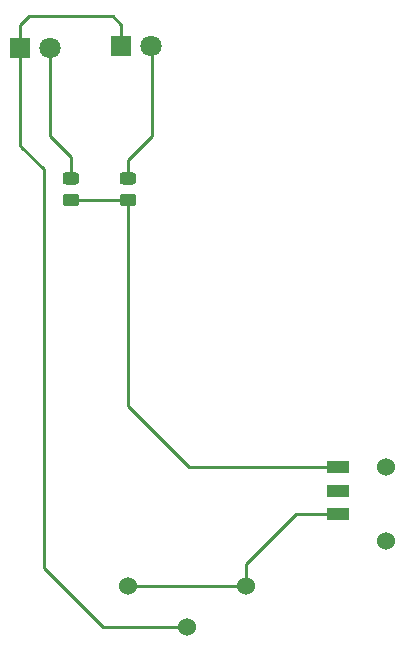
<source format=gbr>
%TF.GenerationSoftware,KiCad,Pcbnew,(5.1.9-0-10_14)*%
%TF.CreationDate,2021-10-18T11:35:41-07:00*%
%TF.ProjectId,cat_pcb_2a,6361745f-7063-4625-9f32-612e6b696361,rev?*%
%TF.SameCoordinates,Original*%
%TF.FileFunction,Copper,L2,Bot*%
%TF.FilePolarity,Positive*%
%FSLAX46Y46*%
G04 Gerber Fmt 4.6, Leading zero omitted, Abs format (unit mm)*
G04 Created by KiCad (PCBNEW (5.1.9-0-10_14)) date 2021-10-18 11:35:41*
%MOMM*%
%LPD*%
G01*
G04 APERTURE LIST*
%TA.AperFunction,ComponentPad*%
%ADD10C,1.524000*%
%TD*%
%TA.AperFunction,SMDPad,CuDef*%
%ADD11R,1.900000X1.000000*%
%TD*%
%TA.AperFunction,ComponentPad*%
%ADD12C,1.800000*%
%TD*%
%TA.AperFunction,ComponentPad*%
%ADD13R,1.800000X1.800000*%
%TD*%
%TA.AperFunction,Conductor*%
%ADD14C,0.250000*%
%TD*%
G04 APERTURE END LIST*
D10*
%TO.P,BAT1,POS2*%
%TO.N,+BATT*%
X154018000Y-109728000D03*
%TO.P,BAT1,NEG*%
%TO.N,GND*%
X149018000Y-113198001D03*
%TO.P,BAT1,POS1*%
%TO.N,+BATT*%
X144018000Y-109728000D03*
%TD*%
%TO.P,SW1,*%
%TO.N,*%
X165862000Y-99632000D03*
X165862000Y-105882000D03*
D11*
%TO.P,SW1,1*%
%TO.N,Net-(R1-Pad1)*%
X161812000Y-99632000D03*
%TO.P,SW1,2*%
%TO.N,Net-(SW1-Pad2)*%
X161798000Y-101632000D03*
%TO.P,SW1,3*%
%TO.N,+BATT*%
X161798000Y-103632000D03*
%TD*%
%TO.P,R2,2*%
%TO.N,Net-(D2-Pad2)*%
%TA.AperFunction,SMDPad,CuDef*%
G36*
G01*
X144468002Y-75696500D02*
X143567998Y-75696500D01*
G75*
G02*
X143318000Y-75446502I0J249998D01*
G01*
X143318000Y-74921498D01*
G75*
G02*
X143567998Y-74671500I249998J0D01*
G01*
X144468002Y-74671500D01*
G75*
G02*
X144718000Y-74921498I0J-249998D01*
G01*
X144718000Y-75446502D01*
G75*
G02*
X144468002Y-75696500I-249998J0D01*
G01*
G37*
%TD.AperFunction*%
%TO.P,R2,1*%
%TO.N,Net-(R1-Pad1)*%
%TA.AperFunction,SMDPad,CuDef*%
G36*
G01*
X144468002Y-77521500D02*
X143567998Y-77521500D01*
G75*
G02*
X143318000Y-77271502I0J249998D01*
G01*
X143318000Y-76746498D01*
G75*
G02*
X143567998Y-76496500I249998J0D01*
G01*
X144468002Y-76496500D01*
G75*
G02*
X144718000Y-76746498I0J-249998D01*
G01*
X144718000Y-77271502D01*
G75*
G02*
X144468002Y-77521500I-249998J0D01*
G01*
G37*
%TD.AperFunction*%
%TD*%
%TO.P,R1,2*%
%TO.N,Net-(D1-Pad2)*%
%TA.AperFunction,SMDPad,CuDef*%
G36*
G01*
X139642002Y-75696500D02*
X138741998Y-75696500D01*
G75*
G02*
X138492000Y-75446502I0J249998D01*
G01*
X138492000Y-74921498D01*
G75*
G02*
X138741998Y-74671500I249998J0D01*
G01*
X139642002Y-74671500D01*
G75*
G02*
X139892000Y-74921498I0J-249998D01*
G01*
X139892000Y-75446502D01*
G75*
G02*
X139642002Y-75696500I-249998J0D01*
G01*
G37*
%TD.AperFunction*%
%TO.P,R1,1*%
%TO.N,Net-(R1-Pad1)*%
%TA.AperFunction,SMDPad,CuDef*%
G36*
G01*
X139642002Y-77521500D02*
X138741998Y-77521500D01*
G75*
G02*
X138492000Y-77271502I0J249998D01*
G01*
X138492000Y-76746498D01*
G75*
G02*
X138741998Y-76496500I249998J0D01*
G01*
X139642002Y-76496500D01*
G75*
G02*
X139892000Y-76746498I0J-249998D01*
G01*
X139892000Y-77271502D01*
G75*
G02*
X139642002Y-77521500I-249998J0D01*
G01*
G37*
%TD.AperFunction*%
%TD*%
D12*
%TO.P,D2,2*%
%TO.N,Net-(D2-Pad2)*%
X145999200Y-64008000D03*
D13*
%TO.P,D2,1*%
%TO.N,GND*%
X143459200Y-64008000D03*
%TD*%
D12*
%TO.P,D1,2*%
%TO.N,Net-(D1-Pad2)*%
X137439400Y-64109600D03*
D13*
%TO.P,D1,1*%
%TO.N,GND*%
X134899400Y-64109600D03*
%TD*%
D14*
%TO.N,+BATT*%
X144018000Y-109728000D02*
X154018000Y-109728000D01*
X158242000Y-103632000D02*
X161798000Y-103632000D01*
X154018000Y-107856000D02*
X158242000Y-103632000D01*
X154018000Y-109728000D02*
X154018000Y-107856000D01*
%TO.N,GND*%
X136906000Y-108204000D02*
X141900001Y-113198001D01*
X141900001Y-113198001D02*
X149018000Y-113198001D01*
X136906000Y-74422000D02*
X136906000Y-108204000D01*
X134962900Y-72478900D02*
X136906000Y-74422000D01*
X134874000Y-72390000D02*
X134962900Y-72478900D01*
X134848600Y-72364600D02*
X134962900Y-72478900D01*
X134848600Y-64160400D02*
X134848600Y-72364600D01*
X134899400Y-64109600D02*
X134848600Y-64160400D01*
X142748000Y-61468000D02*
X143459200Y-62179200D01*
X135636000Y-61468000D02*
X142748000Y-61468000D01*
X143459200Y-62179200D02*
X143459200Y-64008000D01*
X134899400Y-62204600D02*
X135636000Y-61468000D01*
X134899400Y-64109600D02*
X134899400Y-62204600D01*
%TO.N,Net-(D1-Pad2)*%
X137414000Y-64135000D02*
X137439400Y-64109600D01*
X139192000Y-73406000D02*
X137414000Y-71628000D01*
X137414000Y-71628000D02*
X137414000Y-64135000D01*
X139192000Y-75184000D02*
X139192000Y-73406000D01*
%TO.N,Net-(D2-Pad2)*%
X144018000Y-73660000D02*
X144018000Y-75184000D01*
X145796000Y-71882000D02*
X144018000Y-73660000D01*
X146050000Y-71628000D02*
X145796000Y-71882000D01*
X146050000Y-64058800D02*
X146050000Y-71628000D01*
X145999200Y-64008000D02*
X146050000Y-64058800D01*
%TO.N,Net-(R1-Pad1)*%
X139192000Y-77009000D02*
X144018000Y-77009000D01*
X144018000Y-77009000D02*
X144018000Y-94488000D01*
X149162000Y-99632000D02*
X161812000Y-99632000D01*
X144018000Y-94488000D02*
X149162000Y-99632000D01*
%TD*%
M02*

</source>
